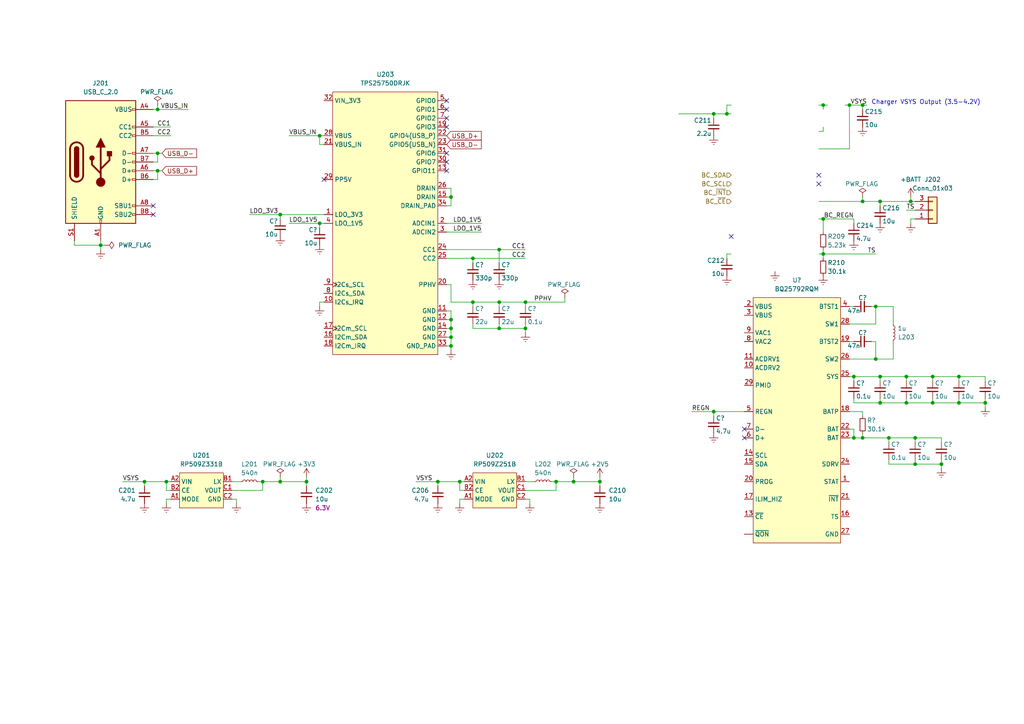
<source format=kicad_sch>
(kicad_sch (version 20211123) (generator eeschema)
  (paper "A4")
  (lib_symbols
    (symbol "Clock:BQ25792RQM"
      (property "Reference" "U" (at 0 36.83 0))
      (property "Value" "BQ25792RQM" (at 0 -36.83 0))
      (symbol "BQ25792RQM_0_1"
        (rectangle (start -12.7 35.56) (end 12.7 -35.56) (fill (type background)))
      )
      (symbol "BQ25792RQM_1_1"
        (pin input line (at -15.24 -33.02 0) (length 2.54) (name "~{QON}") (number ""))
        (pin input line (at 15.24 -17.78 180) (length 2.54) (name "STAT") (number "1"))
        (pin input line (at -15.24 15.24 0) (length 2.54) (name "ACDRV2") (number "10"))
        (pin input line (at -15.24 17.78 0) (length 2.54) (name "ACDRV1") (number "11"))
        (pin input line (at -15.24 -27.94 0) (length 2.54) (name "~{CE}") (number "13"))
        (pin input line (at -15.24 -10.16 0) (length 2.54) (name "SCL") (number "14"))
        (pin input line (at -15.24 -12.7 0) (length 2.54) (name "SDA") (number "15"))
        (pin input line (at 15.24 -27.94 180) (length 2.54) (name "TS") (number "16"))
        (pin input line (at -15.24 -22.86 0) (length 2.54) (name "ILIM_HIZ") (number "17"))
        (pin input line (at 15.24 2.54 180) (length 2.54) (name "BATP") (number "18"))
        (pin input line (at 15.24 22.86 180) (length 2.54) (name "BTST2") (number "19"))
        (pin input line (at -15.24 33.02 0) (length 2.54) (name "VBUS") (number "2"))
        (pin input line (at -15.24 -17.78 0) (length 2.54) (name "PROG") (number "20"))
        (pin input line (at 15.24 -22.86 180) (length 2.54) (name "~{INT}") (number "21"))
        (pin input line (at 15.24 -2.54 180) (length 2.54) (name "BAT") (number "22"))
        (pin input line (at 15.24 -5.08 180) (length 2.54) (name "BAT") (number "23"))
        (pin input line (at 15.24 -12.7 180) (length 2.54) (name "SDRV") (number "24"))
        (pin input line (at 15.24 12.7 180) (length 2.54) (name "SYS") (number "25"))
        (pin input line (at 15.24 17.78 180) (length 2.54) (name "SW2") (number "26"))
        (pin input line (at 15.24 -33.02 180) (length 2.54) (name "GND") (number "27"))
        (pin input line (at 15.24 27.94 180) (length 2.54) (name "SW1") (number "28"))
        (pin input line (at -15.24 10.16 0) (length 2.54) (name "PMID") (number "29"))
        (pin input line (at -15.24 30.48 0) (length 2.54) (name "VBUS") (number "3"))
        (pin input line (at 15.24 33.02 180) (length 2.54) (name "BTST1") (number "4"))
        (pin input line (at -15.24 2.54 0) (length 2.54) (name "REGN") (number "5"))
        (pin input line (at -15.24 -5.08 0) (length 2.54) (name "D+") (number "6"))
        (pin input line (at -15.24 -2.54 0) (length 2.54) (name "D-") (number "7"))
        (pin input line (at -15.24 22.86 0) (length 2.54) (name "VAC2") (number "8"))
        (pin input line (at -15.24 25.4 0) (length 2.54) (name "VAC1") (number "9"))
      )
    )
    (symbol "Clock:RP509Zxx1B"
      (property "Reference" "U" (at 0 8.89 0))
      (property "Value" "RP509Zxx1B" (at 0 6.35 0))
      (symbol "RP509Zxx1B_0_1"
        (rectangle (start -6.35 5.08) (end 6.35 -5.08) (fill (type background)))
      )
      (symbol "RP509Zxx1B_1_1"
        (pin input line (at -8.89 -2.54 0) (length 2.54) (name "MODE") (number "A1"))
        (pin input line (at -8.89 2.54 0) (length 2.54) (name "VIN") (number "A2"))
        (pin input line (at 8.89 2.54 180) (length 2.54) (name "LX") (number "B1"))
        (pin input line (at -8.89 0 0) (length 2.54) (name "CE") (number "B2"))
        (pin input line (at 8.89 0 180) (length 2.54) (name "VOUT") (number "C1"))
        (pin input line (at 8.89 -2.54 180) (length 2.54) (name "GND") (number "C2"))
      )
    )
    (symbol "Clock:TPS25750DRJK"
      (property "Reference" "U" (at 0 39.37 0))
      (property "Value" "TPS25750DRJK" (at 0 -39.37 0))
      (symbol "TPS25750DRJK_0_1"
        (rectangle (start -15.24 38.1) (end 15.24 -38.1) (fill (type background)))
      )
      (symbol "TPS25750DRJK_1_1"
        (pin input line (at -17.78 2.54 0) (length 2.54) (name "LDO_3V3") (number "1"))
        (pin input line (at -17.78 -22.86 0) (length 2.54) (name "I2Cs_IRQ") (number "10"))
        (pin input line (at 17.78 -25.4 180) (length 2.54) (name "GND") (number "11"))
        (pin input line (at 17.78 -27.94 180) (length 2.54) (name "GND") (number "12"))
        (pin input line (at 17.78 15.24 180) (length 2.54) (name "GPIO11") (number "13"))
        (pin input line (at 17.78 -30.48 180) (length 2.54) (name "GND") (number "14"))
        (pin input line (at 17.78 7.62 180) (length 2.54) (name "DRAIN") (number "15"))
        (pin input line (at -17.78 -33.02 0) (length 2.54) (name "I2Cm_SDA") (number "16"))
        (pin input clock (at -17.78 -30.48 0) (length 2.54) (name "I2Cm_SCL") (number "17"))
        (pin input line (at -17.78 -35.56 0) (length 2.54) (name "I2Cm_IRQ") (number "18"))
        (pin input line (at 17.78 27.94 180) (length 2.54) (name "GPIO3") (number "19"))
        (pin input line (at 17.78 0 180) (length 2.54) (name "ADCIN1") (number "2"))
        (pin input line (at 17.78 -17.78 180) (length 2.54) (name "PPHV") (number "20"))
        (pin input line (at -17.78 22.86 0) (length 2.54) (name "VBUS_IN") (number "21"))
        (pin input line (at 17.78 25.4 180) (length 2.54) (name "GPIO4(USB_P)") (number "22"))
        (pin input line (at 17.78 22.86 180) (length 2.54) (name "GPIO5(USB_N)") (number "23"))
        (pin input line (at 17.78 -7.62 180) (length 2.54) (name "CC1") (number "24"))
        (pin input line (at 17.78 -10.16 180) (length 2.54) (name "CC2") (number "25"))
        (pin input line (at 17.78 10.16 180) (length 2.54) (name "DRAIN") (number "26"))
        (pin input line (at 17.78 -33.02 180) (length 2.54) (name "GND") (number "27"))
        (pin input line (at -17.78 25.4 0) (length 2.54) (name "VBUS") (number "28"))
        (pin input line (at -17.78 12.7 0) (length 2.54) (name "PP5V") (number "29"))
        (pin input line (at 17.78 -2.54 180) (length 2.54) (name "ADCIN2") (number "3"))
        (pin input line (at 17.78 17.78 180) (length 2.54) (name "GPIO7") (number "30"))
        (pin input line (at 17.78 20.32 180) (length 2.54) (name "GPIO6") (number "31"))
        (pin input line (at -17.78 35.56 0) (length 2.54) (name "VIN_3V3") (number "32"))
        (pin input line (at 17.78 -35.56 180) (length 2.54) (name "GND_PAD") (number "33"))
        (pin input line (at 17.78 5.08 180) (length 2.54) (name "DRAIN_PAD") (number "34"))
        (pin input line (at -17.78 0 0) (length 2.54) (name "LDO_1V5") (number "4"))
        (pin input line (at 17.78 35.56 180) (length 2.54) (name "GPIO0") (number "5"))
        (pin input line (at 17.78 33.02 180) (length 2.54) (name "GPIO1") (number "6"))
        (pin input line (at 17.78 30.48 180) (length 2.54) (name "GPIO2") (number "7"))
        (pin input line (at -17.78 -20.32 0) (length 2.54) (name "I2Cs_SDA") (number "8"))
        (pin input clock (at -17.78 -17.78 0) (length 2.54) (name "I2Cs_SCL") (number "9"))
      )
    )
    (symbol "Connector:USB_C_Receptacle_USB2.0" (pin_names (offset 1.016))
      (property "Reference" "J" (at -10.16 19.05 0))
      (property "Value" "USB_C_Receptacle_USB2.0" (at 19.05 19.05 0))
      (symbol "USB_C_Receptacle_USB2.0_0_0"
        (rectangle (start -0.254 -17.78) (end 0.254 -16.764))
        (rectangle (start 10.16 -14.986) (end 9.144 -15.494))
        (rectangle (start 10.16 -12.446) (end 9.144 -12.954))
        (rectangle (start 10.16 -4.826) (end 9.144 -5.334))
        (rectangle (start 10.16 -2.286) (end 9.144 -2.794))
        (rectangle (start 10.16 0.254) (end 9.144 -0.254))
        (rectangle (start 10.16 2.794) (end 9.144 2.286))
        (rectangle (start 10.16 7.874) (end 9.144 7.366))
        (rectangle (start 10.16 10.414) (end 9.144 9.906))
        (rectangle (start 10.16 15.494) (end 9.144 14.986))
      )
      (symbol "USB_C_Receptacle_USB2.0_0_1"
        (rectangle (start -10.16 17.78) (end 10.16 -17.78) (stroke (width 0.254)) (fill (type background)))
        (arc (start -8.89 -3.81) (mid -6.985 -5.715) (end -5.08 -3.81) (stroke (width 0.508)))
        (arc (start -7.62 -3.81) (mid -6.985 -4.445) (end -6.35 -3.81) (stroke (width 0.254)))
        (arc (start -7.62 -3.81) (mid -6.985 -4.445) (end -6.35 -3.81) (stroke (width 0.254)) (fill (type outline)))
        (rectangle (start -7.62 -3.81) (end -6.35 3.81) (stroke (width 0.254)) (fill (type outline)))
        (arc (start -6.35 3.81) (mid -6.985 4.445) (end -7.62 3.81) (stroke (width 0.254)))
        (arc (start -6.35 3.81) (mid -6.985 4.445) (end -7.62 3.81) (stroke (width 0.254)) (fill (type outline)))
        (arc (start -5.08 3.81) (mid -6.985 5.715) (end -8.89 3.81) (stroke (width 0.508)))
        (circle (center -2.54 1.143) (radius 0.635) (stroke (width 0.254)) (fill (type outline)))
        (circle (center 0 -5.842) (radius 1.27) (fill (type outline)))
        (polyline (pts (xy -8.89 -3.81) (xy -8.89 3.81)) (stroke (width 0.508)))
        (polyline (pts (xy -5.08 3.81) (xy -5.08 -3.81)) (stroke (width 0.508)))
        (polyline (pts (xy 0 -5.842) (xy 0 4.318)) (stroke (width 0.508)))
        (polyline (pts (xy 0 -3.302) (xy -2.54 -0.762) (xy -2.54 0.508)) (stroke (width 0.508)))
        (polyline (pts (xy 0 -2.032) (xy 2.54 0.508) (xy 2.54 1.778)) (stroke (width 0.508)))
        (polyline (pts (xy -1.27 4.318) (xy 0 6.858) (xy 1.27 4.318) (xy -1.27 4.318)) (stroke (width 0.254)) (fill (type outline)))
        (rectangle (start 1.905 1.778) (end 3.175 3.048) (stroke (width 0.254)) (fill (type outline)))
      )
      (symbol "USB_C_Receptacle_USB2.0_1_1"
        (pin passive line (at 0 -22.86 90) (length 5.08) (name "GND") (number "A1"))
        (pin passive line (at 0 -22.86 90) (length 5.08) hide (name "GND") (number "A12"))
        (pin passive line (at 15.24 15.24 180) (length 5.08) (name "VBUS") (number "A4"))
        (pin bidirectional line (at 15.24 10.16 180) (length 5.08) (name "CC1") (number "A5"))
        (pin bidirectional line (at 15.24 -2.54 180) (length 5.08) (name "D+") (number "A6"))
        (pin bidirectional line (at 15.24 2.54 180) (length 5.08) (name "D-") (number "A7"))
        (pin bidirectional line (at 15.24 -12.7 180) (length 5.08) (name "SBU1") (number "A8"))
        (pin passive line (at 15.24 15.24 180) (length 5.08) hide (name "VBUS") (number "A9"))
        (pin passive line (at 0 -22.86 90) (length 5.08) hide (name "GND") (number "B1"))
        (pin passive line (at 0 -22.86 90) (length 5.08) hide (name "GND") (number "B12"))
        (pin passive line (at 15.24 15.24 180) (length 5.08) hide (name "VBUS") (number "B4"))
        (pin bidirectional line (at 15.24 7.62 180) (length 5.08) (name "CC2") (number "B5"))
        (pin bidirectional line (at 15.24 -5.08 180) (length 5.08) (name "D+") (number "B6"))
        (pin bidirectional line (at 15.24 0 180) (length 5.08) (name "D-") (number "B7"))
        (pin bidirectional line (at 15.24 -15.24 180) (length 5.08) (name "SBU2") (number "B8"))
        (pin passive line (at 15.24 15.24 180) (length 5.08) hide (name "VBUS") (number "B9"))
        (pin passive line (at -7.62 -22.86 90) (length 5.08) (name "SHIELD") (number "S1"))
      )
    )
    (symbol "Connector_Generic:Conn_01x03" (pin_names (offset 1.016) hide)
      (property "Reference" "J" (at 0 5.08 0))
      (property "Value" "Conn_01x03" (at 0 -5.08 0))
      (symbol "Conn_01x03_1_1"
        (rectangle (start -1.27 -2.413) (end 0 -2.667) (stroke (width 0.1524)))
        (rectangle (start -1.27 0.127) (end 0 -0.127) (stroke (width 0.1524)))
        (rectangle (start -1.27 2.667) (end 0 2.413) (stroke (width 0.1524)))
        (rectangle (start -1.27 3.81) (end 1.27 -3.81) (stroke (width 0.254)) (fill (type background)))
        (pin passive line (at -5.08 2.54 0) (length 3.81) (name "Pin_1") (number "1"))
        (pin passive line (at -5.08 0 0) (length 3.81) (name "Pin_2") (number "2"))
        (pin passive line (at -5.08 -2.54 0) (length 3.81) (name "Pin_3") (number "3"))
      )
    )
    (symbol "Device:C_Small" (pin_numbers hide) (pin_names (offset 0.254) hide)
      (property "Reference" "C" (at 0.254 1.778 0))
      (property "Value" "C_Small" (at 0.254 -2.032 0))
      (symbol "C_Small_0_1"
        (polyline (pts (xy -1.524 -0.508) (xy 1.524 -0.508)) (stroke (width 0.3302)))
        (polyline (pts (xy -1.524 0.508) (xy 1.524 0.508)) (stroke (width 0.3048)))
      )
      (symbol "C_Small_1_1"
        (pin passive line (at 0 2.54 270) (length 2.032) (name "~") (number "1"))
        (pin passive line (at 0 -2.54 90) (length 2.032) (name "~") (number "2"))
      )
    )
    (symbol "Device:L_Small" (pin_numbers hide) (pin_names (offset 0.254) hide)
      (property "Reference" "L" (at 0.762 1.016 0))
      (property "Value" "L_Small" (at 0.762 -1.016 0))
      (symbol "L_Small_0_1"
        (arc (start 0 -2.032) (mid 0.508 -1.524) (end 0 -1.016))
        (arc (start 0 -1.016) (mid 0.508 -0.508) (end 0 0))
        (arc (start 0 0) (mid 0.508 0.508) (end 0 1.016))
        (arc (start 0 1.016) (mid 0.508 1.524) (end 0 2.032))
      )
      (symbol "L_Small_1_1"
        (pin passive line (at 0 2.54 270) (length 0.508) (name "~") (number "1"))
        (pin passive line (at 0 -2.54 90) (length 0.508) (name "~") (number "2"))
      )
    )
    (symbol "Device:R_Small" (pin_numbers hide) (pin_names (offset 0.254) hide)
      (property "Reference" "R" (at 0.762 0.508 0))
      (property "Value" "R_Small" (at 0.762 -1.016 0))
      (symbol "R_Small_0_1"
        (rectangle (start -0.762 1.778) (end 0.762 -1.778) (stroke (width 0.2032)))
      )
      (symbol "R_Small_1_1"
        (pin passive line (at 0 2.54 270) (length 0.762) (name "~") (number "1"))
        (pin passive line (at 0 -2.54 90) (length 0.762) (name "~") (number "2"))
      )
    )
    (symbol "power:+2V5" (power) (pin_names (offset 0))
      (property "Value" "+2V5" (at 0 3.556 0))
      (symbol "+2V5_0_1"
        (polyline (pts (xy -0.762 1.27) (xy 0 2.54)))
        (polyline (pts (xy 0 0) (xy 0 2.54)))
        (polyline (pts (xy 0 2.54) (xy 0.762 1.27)))
      )
      (symbol "+2V5_1_1"
        (pin power_in line (at 0 0 90) (length 0) hide (name "+2V5") (number "1"))
      )
    )
    (symbol "power:+3V3" (power) (pin_names (offset 0))
      (property "Value" "+3V3" (at 0 3.556 0))
      (symbol "+3V3_0_1"
        (polyline (pts (xy -0.762 1.27) (xy 0 2.54)))
        (polyline (pts (xy 0 0) (xy 0 2.54)))
        (polyline (pts (xy 0 2.54) (xy 0.762 1.27)))
      )
      (symbol "+3V3_1_1"
        (pin power_in line (at 0 0 90) (length 0) hide (name "+3V3") (number "1"))
      )
    )
    (symbol "power:+BATT" (power) (pin_names (offset 0))
      (property "Value" "+BATT" (at 0 3.556 0))
      (symbol "+BATT_0_1"
        (polyline (pts (xy -0.762 1.27) (xy 0 2.54)))
        (polyline (pts (xy 0 0) (xy 0 2.54)))
        (polyline (pts (xy 0 2.54) (xy 0.762 1.27)))
      )
      (symbol "+BATT_1_1"
        (pin power_in line (at 0 0 90) (length 0) hide (name "+BATT") (number "1"))
      )
    )
    (symbol "power:Earth" (power) (pin_names (offset 0))
      (symbol "Earth_0_1"
        (polyline (pts (xy -0.635 -1.905) (xy 0.635 -1.905)))
        (polyline (pts (xy -0.127 -2.54) (xy 0.127 -2.54)))
        (polyline (pts (xy 0 -1.27) (xy 0 0)))
        (polyline (pts (xy 1.27 -1.27) (xy -1.27 -1.27)))
      )
      (symbol "Earth_1_1"
        (pin power_in line (at 0 0 270) (length 0) hide (name "Earth") (number "1"))
      )
    )
    (symbol "power:PWR_FLAG" (power) (pin_numbers hide) (pin_names (offset 0) hide)
      (property "Value" "PWR_FLAG" (at 0 3.81 0))
      (symbol "PWR_FLAG_0_0"
        (pin power_out line (at 0 0 90) (length 0) (name "pwr") (number "1"))
      )
      (symbol "PWR_FLAG_0_1"
        (polyline (pts (xy 0 0) (xy 0 1.27) (xy -1.016 1.905) (xy 0 2.54) (xy 1.016 1.905) (xy 0 1.27)))
      )
    )
  )
  (junction (at 161.29 139.7))
  (junction (at 265.43 134.62))
  (junction (at 130.81 95.25))
  (junction (at 246.38 30.48))
  (junction (at 247.65 109.22))
  (junction (at 254 88.9))
  (junction (at 254 104.14))
  (junction (at 262.89 116.84))
  (junction (at 250.19 30.48))
  (junction (at 270.51 109.22))
  (junction (at 127 139.7))
  (junction (at 76.2 139.7))
  (junction (at 81.28 62.23))
  (junction (at 255.27 116.84))
  (junction (at 81.28 139.7))
  (junction (at 270.51 116.84))
  (junction (at 45.72 31.75))
  (junction (at 144.78 87.63))
  (junction (at 207.01 33.02))
  (junction (at 92.71 39.37))
  (junction (at 238.76 63.5))
  (junction (at 285.75 116.84))
  (junction (at 130.81 100.33))
  (junction (at 255.27 58.42))
  (junction (at 130.81 92.71))
  (junction (at 255.27 109.22))
  (junction (at 144.78 72.39))
  (junction (at 133.35 139.7))
  (junction (at 41.91 139.7))
  (junction (at 48.26 139.7))
  (junction (at 45.72 49.53))
  (junction (at 262.89 109.22))
  (junction (at 207.01 119.38))
  (junction (at 144.78 95.25))
  (junction (at 137.16 74.93))
  (junction (at 257.81 127))
  (junction (at 137.16 87.63))
  (junction (at 152.4 95.25))
  (junction (at 247.65 127))
  (junction (at 152.4 87.63))
  (junction (at 88.9 139.7))
  (junction (at 130.81 97.79))
  (junction (at 210.82 33.02))
  (junction (at 278.13 109.22))
  (junction (at 45.72 44.45))
  (junction (at 173.99 139.7))
  (junction (at 29.21 71.12))
  (junction (at 238.76 73.66))
  (junction (at 166.37 139.7))
  (junction (at 265.43 127))
  (junction (at 273.05 134.62))
  (junction (at 250.19 127))
  (junction (at 264.16 58.42))
  (junction (at 278.13 116.84))
  (junction (at 130.81 57.15))
  (junction (at 92.71 64.77))
  (junction (at 238.76 30.48))
  (junction (at 250.19 58.42))
  (no_connect (at 215.9 124.46))
  (no_connect (at 215.9 127))
  (no_connect (at 129.54 29.21))
  (no_connect (at 129.54 34.29))
  (no_connect (at 129.54 44.45))
  (no_connect (at 93.98 52.07))
  (no_connect (at 44.45 59.69))
  (no_connect (at 237.49 53.34))
  (no_connect (at 129.54 46.99))
  (no_connect (at 129.54 36.83))
  (no_connect (at 212.09 68.58))
  (no_connect (at 44.45 62.23))
  (no_connect (at 129.54 49.53))
  (no_connect (at 237.49 50.8))
  (no_connect (at 129.54 31.75))
  (wire (pts (xy 129.54 72.39) (xy 144.78 72.39)))
  (wire (pts (xy 130.81 100.33) (xy 129.54 100.33)))
  (wire (pts (xy 262.89 110.49) (xy 262.89 109.22)))
  (wire (pts (xy 72.39 62.23) (xy 81.28 62.23)))
  (wire (pts (xy 254 88.9) (xy 259.08 88.9)))
  (wire (pts (xy 48.26 144.78) (xy 49.53 144.78)))
  (wire (pts (xy 161.29 139.7) (xy 166.37 139.7)))
  (wire (pts (xy 129.54 90.17) (xy 130.81 90.17)))
  (wire (pts (xy 44.45 44.45) (xy 45.72 44.45)))
  (wire (pts (xy 29.21 71.12) (xy 29.21 72.39)))
  (wire (pts (xy 133.35 144.78) (xy 134.62 144.78)))
  (wire (pts (xy 76.2 142.24) (xy 76.2 139.7)))
  (wire (pts (xy 238.76 30.48) (xy 238.76 31.75)))
  (wire (pts (xy 45.72 49.53) (xy 46.99 49.53)))
  (wire (pts (xy 250.19 30.48) (xy 246.38 30.48)))
  (wire (pts (xy 49.53 142.24) (xy 48.26 142.24)))
  (wire (pts (xy 88.9 139.7) (xy 88.9 140.97)))
  (wire (pts (xy 254 104.14) (xy 254 99.06)))
  (wire (pts (xy 133.35 146.05) (xy 133.35 144.78)))
  (wire (pts (xy 144.78 87.63) (xy 137.16 87.63)))
  (wire (pts (xy 207.01 33.02) (xy 207.01 34.29)))
  (wire (pts (xy 247.65 109.22) (xy 246.38 109.22)))
  (wire (pts (xy 93.98 41.91) (xy 92.71 41.91)))
  (wire (pts (xy 137.16 74.93) (xy 152.4 74.93)))
  (wire (pts (xy 238.76 63.5) (xy 247.65 63.5)))
  (wire (pts (xy 83.82 64.77) (xy 92.71 64.77)))
  (wire (pts (xy 238.76 30.48) (xy 240.03 30.48)))
  (wire (pts (xy 144.78 95.25) (xy 137.16 95.25)))
  (wire (pts (xy 130.81 90.17) (xy 130.81 92.71)))
  (wire (pts (xy 130.81 87.63) (xy 130.81 82.55)))
  (wire (pts (xy 129.54 74.93) (xy 137.16 74.93)))
  (wire (pts (xy 262.89 116.84) (xy 270.51 116.84)))
  (wire (pts (xy 254 93.98) (xy 254 88.9)))
  (wire (pts (xy 152.4 95.25) (xy 152.4 96.52)))
  (wire (pts (xy 45.72 30.48) (xy 45.72 31.75)))
  (wire (pts (xy 262.89 115.57) (xy 262.89 116.84)))
  (wire (pts (xy 153.67 144.78) (xy 152.4 144.78)))
  (wire (pts (xy 250.19 119.38) (xy 246.38 119.38)))
  (wire (pts (xy 246.38 30.48) (xy 246.38 43.18)))
  (wire (pts (xy 44.45 39.37) (xy 49.53 39.37)))
  (wire (pts (xy 254 99.06) (xy 252.73 99.06)))
  (wire (pts (xy 74.93 139.7) (xy 76.2 139.7)))
  (wire (pts (xy 134.62 142.24) (xy 133.35 142.24)))
  (wire (pts (xy 259.08 99.06) (xy 259.08 104.14)))
  (wire (pts (xy 254 73.66) (xy 238.76 73.66)))
  (wire (pts (xy 83.82 39.37) (xy 92.71 39.37)))
  (wire (pts (xy 273.05 128.27) (xy 273.05 127)))
  (wire (pts (xy 133.35 139.7) (xy 134.62 139.7)))
  (wire (pts (xy 246.38 88.9) (xy 247.65 88.9)))
  (wire (pts (xy 29.21 71.12) (xy 29.21 69.85)))
  (wire (pts (xy 264.16 64.77) (xy 264.16 63.5)))
  (wire (pts (xy 144.78 72.39) (xy 144.78 76.2)))
  (wire (pts (xy 255.27 116.84) (xy 262.89 116.84)))
  (wire (pts (xy 278.13 109.22) (xy 270.51 109.22)))
  (wire (pts (xy 21.59 69.85) (xy 21.59 71.12)))
  (wire (pts (xy 257.81 134.62) (xy 265.43 134.62)))
  (wire (pts (xy 130.81 92.71) (xy 130.81 95.25)))
  (wire (pts (xy 129.54 95.25) (xy 130.81 95.25)))
  (wire (pts (xy 278.13 110.49) (xy 278.13 109.22)))
  (wire (pts (xy 68.58 144.78) (xy 67.31 144.78)))
  (wire (pts (xy 130.81 95.25) (xy 130.81 97.79)))
  (wire (pts (xy 35.56 139.7) (xy 41.91 139.7)))
  (wire (pts (xy 129.54 97.79) (xy 130.81 97.79)))
  (wire (pts (xy 250.19 31.75) (xy 250.19 30.48)))
  (wire (pts (xy 41.91 139.7) (xy 41.91 140.97)))
  (wire (pts (xy 246.38 124.46) (xy 247.65 124.46)))
  (wire (pts (xy 285.75 116.84) (xy 285.75 118.11)))
  (wire (pts (xy 247.65 115.57) (xy 247.65 116.84)))
  (wire (pts (xy 130.81 54.61) (xy 130.81 57.15)))
  (wire (pts (xy 257.81 127) (xy 250.19 127)))
  (wire (pts (xy 207.01 33.02) (xy 210.82 33.02)))
  (wire (pts (xy 48.26 146.05) (xy 48.26 144.78)))
  (wire (pts (xy 250.19 127) (xy 247.65 127)))
  (wire (pts (xy 273.05 134.62) (xy 273.05 135.89)))
  (wire (pts (xy 45.72 44.45) (xy 46.99 44.45)))
  (wire (pts (xy 247.65 124.46) (xy 247.65 127)))
  (wire (pts (xy 173.99 139.7) (xy 173.99 140.97)))
  (wire (pts (xy 48.26 139.7) (xy 41.91 139.7)))
  (wire (pts (xy 133.35 142.24) (xy 133.35 139.7)))
  (wire (pts (xy 250.19 30.48) (xy 251.46 30.48)))
  (wire (pts (xy 48.26 139.7) (xy 49.53 139.7)))
  (wire (pts (xy 130.81 82.55) (xy 129.54 82.55)))
  (wire (pts (xy 144.78 72.39) (xy 152.4 72.39)))
  (wire (pts (xy 129.54 54.61) (xy 130.81 54.61)))
  (wire (pts (xy 273.05 127) (xy 265.43 127)))
  (wire (pts (xy 92.71 87.63) (xy 93.98 87.63)))
  (wire (pts (xy 144.78 87.63) (xy 144.78 88.9)))
  (wire (pts (xy 257.81 133.35) (xy 257.81 134.62)))
  (wire (pts (xy 210.82 74.93) (xy 210.82 73.66)))
  (wire (pts (xy 265.43 127) (xy 257.81 127)))
  (wire (pts (xy 264.16 57.15) (xy 264.16 58.42)))
  (wire (pts (xy 210.82 33.02) (xy 212.09 33.02)))
  (wire (pts (xy 285.75 109.22) (xy 278.13 109.22)))
  (wire (pts (xy 238.76 63.5) (xy 237.49 63.5)))
  (wire (pts (xy 285.75 116.84) (xy 285.75 115.57)))
  (wire (pts (xy 259.08 104.14) (xy 254 104.14)))
  (wire (pts (xy 152.4 95.25) (xy 144.78 95.25)))
  (wire (pts (xy 45.72 31.75) (xy 54.61 31.75)))
  (wire (pts (xy 257.81 128.27) (xy 257.81 127)))
  (wire (pts (xy 130.81 97.79) (xy 130.81 100.33)))
  (wire (pts (xy 247.65 110.49) (xy 247.65 109.22)))
  (wire (pts (xy 265.43 134.62) (xy 273.05 134.62)))
  (wire (pts (xy 45.72 49.53) (xy 45.72 52.07)))
  (wire (pts (xy 152.4 142.24) (xy 161.29 142.24)))
  (wire (pts (xy 252.73 88.9) (xy 254 88.9)))
  (wire (pts (xy 238.76 73.66) (xy 238.76 74.93)))
  (wire (pts (xy 238.76 63.5) (xy 238.76 67.31)))
  (wire (pts (xy 45.72 31.75) (xy 44.45 31.75)))
  (wire (pts (xy 259.08 93.98) (xy 259.08 88.9)))
  (wire (pts (xy 262.89 60.96) (xy 265.43 60.96)))
  (wire (pts (xy 250.19 57.15) (xy 250.19 58.42)))
  (wire (pts (xy 163.83 86.36) (xy 163.83 87.63)))
  (wire (pts (xy 246.38 93.98) (xy 254 93.98)))
  (wire (pts (xy 67.31 139.7) (xy 69.85 139.7)))
  (wire (pts (xy 278.13 115.57) (xy 278.13 116.84)))
  (wire (pts (xy 250.19 120.65) (xy 250.19 119.38)))
  (wire (pts (xy 255.27 58.42) (xy 264.16 58.42)))
  (wire (pts (xy 160.02 139.7) (xy 161.29 139.7)))
  (wire (pts (xy 93.98 64.77) (xy 92.71 64.77)))
  (wire (pts (xy 81.28 138.43) (xy 81.28 139.7)))
  (wire (pts (xy 120.65 139.7) (xy 127 139.7)))
  (wire (pts (xy 129.54 64.77) (xy 139.7 64.77)))
  (wire (pts (xy 238.76 72.39) (xy 238.76 73.66)))
  (wire (pts (xy 265.43 128.27) (xy 265.43 127)))
  (wire (pts (xy 29.21 71.12) (xy 30.48 71.12)))
  (wire (pts (xy 255.27 110.49) (xy 255.27 109.22)))
  (wire (pts (xy 285.75 110.49) (xy 285.75 109.22)))
  (wire (pts (xy 129.54 92.71) (xy 130.81 92.71)))
  (wire (pts (xy 137.16 87.63) (xy 137.16 88.9)))
  (wire (pts (xy 144.78 87.63) (xy 152.4 87.63)))
  (wire (pts (xy 255.27 58.42) (xy 250.19 58.42)))
  (wire (pts (xy 92.71 64.77) (xy 92.71 66.04)))
  (wire (pts (xy 265.43 133.35) (xy 265.43 134.62)))
  (wire (pts (xy 92.71 39.37) (xy 93.98 39.37)))
  (wire (pts (xy 245.11 30.48) (xy 246.38 30.48)))
  (wire (pts (xy 152.4 93.98) (xy 152.4 95.25)))
  (wire (pts (xy 130.81 59.69) (xy 129.54 59.69)))
  (wire (pts (xy 153.67 146.05) (xy 153.67 144.78)))
  (wire (pts (xy 196.85 33.02) (xy 207.01 33.02)))
  (wire (pts (xy 247.65 116.84) (xy 255.27 116.84)))
  (wire (pts (xy 152.4 139.7) (xy 154.94 139.7)))
  (wire (pts (xy 127 139.7) (xy 127 140.97)))
  (wire (pts (xy 88.9 138.43) (xy 88.9 139.7)))
  (wire (pts (xy 238.76 38.1) (xy 237.49 38.1)))
  (wire (pts (xy 137.16 74.93) (xy 137.16 76.2)))
  (wire (pts (xy 137.16 95.25) (xy 137.16 93.98)))
  (wire (pts (xy 212.09 30.48) (xy 210.82 30.48)))
  (wire (pts (xy 270.51 110.49) (xy 270.51 109.22)))
  (wire (pts (xy 45.72 46.99) (xy 44.45 46.99)))
  (wire (pts (xy 270.51 116.84) (xy 278.13 116.84)))
  (wire (pts (xy 44.45 52.07) (xy 45.72 52.07)))
  (wire (pts (xy 246.38 104.14) (xy 254 104.14)))
  (wire (pts (xy 255.27 109.22) (xy 247.65 109.22)))
  (wire (pts (xy 129.54 67.31) (xy 139.7 67.31)))
  (wire (pts (xy 93.98 62.23) (xy 81.28 62.23)))
  (wire (pts (xy 45.72 44.45) (xy 45.72 46.99)))
  (wire (pts (xy 255.27 58.42) (xy 255.27 59.69)))
  (wire (pts (xy 67.31 142.24) (xy 76.2 142.24)))
  (wire (pts (xy 152.4 88.9) (xy 152.4 87.63)))
  (wire (pts (xy 247.65 127) (xy 246.38 127)))
  (wire (pts (xy 44.45 49.53) (xy 45.72 49.53)))
  (wire (pts (xy 237.49 30.48) (xy 238.76 30.48)))
  (wire (pts (xy 21.59 71.12) (xy 29.21 71.12)))
  (wire (pts (xy 247.65 63.5) (xy 247.65 64.77)))
  (wire (pts (xy 81.28 139.7) (xy 88.9 139.7)))
  (wire (pts (xy 92.71 88.9) (xy 92.71 87.63)))
  (wire (pts (xy 68.58 146.05) (xy 68.58 144.78)))
  (wire (pts (xy 166.37 139.7) (xy 173.99 139.7)))
  (wire (pts (xy 76.2 139.7) (xy 81.28 139.7)))
  (wire (pts (xy 152.4 87.63) (xy 163.83 87.63)))
  (wire (pts (xy 133.35 139.7) (xy 127 139.7)))
  (wire (pts (xy 210.82 30.48) (xy 210.82 33.02)))
  (wire (pts (xy 92.71 41.91) (xy 92.71 39.37)))
  (wire (pts (xy 130.81 57.15) (xy 130.81 59.69)))
  (wire (pts (xy 173.99 138.43) (xy 173.99 139.7)))
  (wire (pts (xy 210.82 73.66) (xy 212.09 73.66)))
  (wire (pts (xy 48.26 142.24) (xy 48.26 139.7)))
  (wire (pts (xy 255.27 115.57) (xy 255.27 116.84)))
  (wire (pts (xy 144.78 93.98) (xy 144.78 95.25)))
  (wire (pts (xy 278.13 116.84) (xy 285.75 116.84)))
  (wire (pts (xy 237.49 73.66) (xy 238.76 73.66)))
  (wire (pts (xy 270.51 115.57) (xy 270.51 116.84)))
  (wire (pts (xy 250.19 125.73) (xy 250.19 127)))
  (wire (pts (xy 270.51 109.22) (xy 262.89 109.22)))
  (wire (pts (xy 250.19 58.42) (xy 237.49 58.42)))
  (wire (pts (xy 246.38 99.06) (xy 247.65 99.06)))
  (wire (pts (xy 130.81 87.63) (xy 137.16 87.63)))
  (wire (pts (xy 200.66 119.38) (xy 207.01 119.38)))
  (wire (pts (xy 207.01 119.38) (xy 215.9 119.38)))
  (wire (pts (xy 130.81 100.33) (xy 130.81 101.6)))
  (wire (pts (xy 264.16 58.42) (xy 265.43 58.42)))
  (wire (pts (xy 238.76 36.83) (xy 238.76 38.1)))
  (wire (pts (xy 262.89 109.22) (xy 255.27 109.22)))
  (wire (pts (xy 264.16 63.5) (xy 265.43 63.5)))
  (wire (pts (xy 207.01 120.65) (xy 207.01 119.38)))
  (wire (pts (xy 81.28 62.23) (xy 81.28 63.5)))
  (wire (pts (xy 273.05 134.62) (xy 273.05 133.35)))
  (wire (pts (xy 44.45 36.83) (xy 49.53 36.83)))
  (wire (pts (xy 161.29 142.24) (xy 161.29 139.7)))
  (wire (pts (xy 246.38 43.18) (xy 237.49 43.18)))
  (wire (pts (xy 166.37 138.43) (xy 166.37 139.7)))
  (wire (pts (xy 129.54 57.15) (xy 130.81 57.15)))
  (text "Charger VSYS Output (3.5-4.2V)" (at 252.73 30.48 0) (effects (font (size 1.27 1.27)) (justify left bottom)))
  (label "VSYS" (at 35.56 139.7 0))
  (label "CC2" (at 49.53 39.37 180))
  (label "BC_REGN" (at 247.65 63.5 180))
  (label "LDO_1V5" (at 139.7 67.31 180))
  (label "TS" (at 254 73.66 180))
  (label "LDO_3V3" (at 72.39 62.23 0))
  (label "CC1" (at 152.4 72.39 180))
  (label "LDO_1V5" (at 139.7 64.77 180))
  (label "VBUS_IN" (at 54.61 31.75 180))
  (label "LDO_1V5" (at 83.82 64.77 0))
  (label "PPHV" (at 160.02 87.63 180))
  (label "VBUS_IN" (at 83.82 39.37 0))
  (label "VSYS" (at 120.65 139.7 0))
  (label "CC2" (at 152.4 74.93 180))
  (label "VSYS" (at 251.46 30.48 180))
  (label "CC1" (at 49.53 36.83 180))
  (label "REGN" (at 200.66 119.38 0))
  (label "TS" (at 262.89 60.96 0))
  (global_label "USB_D+" (shape input) (at 129.54 39.37 0) (property "Intersheet References" "${INTERSHEET_REFS}" (effects hide)))
  (global_label "USB_D-" (shape input) (at 129.54 41.91 0) (property "Intersheet References" "${INTERSHEET_REFS}" (effects hide)))
  (global_label "USB_D-" (shape input) (at 46.99 44.45 0) (property "Intersheet References" "${INTERSHEET_REFS}" (effects hide)))
  (global_label "USB_D+" (shape input) (at 46.99 49.53 0) (property "Intersheet References" "${INTERSHEET_REFS}" (effects hide)))
  (hierarchical_label "BC_SDA" (shape input) (at 212.09 50.8 180))
  (hierarchical_label "BC_~{INT}" (shape input) (at 212.09 55.88 180))
  (hierarchical_label "BC_~{CE}" (shape input) (at 212.09 58.42 180))
  (hierarchical_label "BC_SCL" (shape input) (at 212.09 53.34 180))
  (symbol (lib_id "power:PWR_FLAG") (at 45.72 30.48 0) (unit 1)
    (property "Reference" "#FLG0202" (effects hide))
    (property "Value" "PWR_FLAG" (at 40.64 26.67 0) (effects (justify left)))
  )
  (symbol (lib_id "power:Earth") (at 285.75 118.11 0) (unit 1)
    (property "Reference" "#PWR?" (effects hide))
    (property "Value" "Earth" (effects hide))
  )
  (symbol (lib_id "Device:R_Small") (at 238.76 77.47 0) (unit 1)
    (property "Reference" "R210" (at 240.03 76.2 0) (effects (justify left)))
    (property "Value" "30.1k" (at 240.03 78.74 0) (effects (justify left)))
    (property "Footprint" "Resistor_SMD:R_0402_1005Metric" (effects hide))
  )
  (symbol (lib_id "power:Earth") (at 264.16 64.77 0) (unit 1)
    (property "Reference" "#PWR0229" (effects hide))
    (property "Value" "Earth" (effects hide))
  )
  (symbol (lib_id "power:PWR_FLAG") (at 30.48 71.12 270) (unit 1)
    (property "Reference" "#FLG0201" (effects hide))
    (property "Value" "PWR_FLAG" (at 34.29 71.1199 90) (effects (justify left)))
  )
  (symbol (lib_id "Device:C_Small") (at 41.91 143.51 0) (mirror y) (unit 1)
    (property "Reference" "C201" (at 39.37 142.2462 0) (effects (justify left)))
    (property "Value" "4.7u" (at 39.37 144.78 0) (effects (justify left)))
    (property "Footprint" "Capacitor_SMD:C_0402_1005Metric" (effects hide))
  )
  (symbol (lib_id "Device:C_Small") (at 262.89 113.03 0) (unit 1)
    (property "Reference" "C?" (at 263.525 111.125 0) (effects (justify left)))
    (property "Value" "10u" (at 263.525 114.935 0) (effects (justify left)))
    (property "Footprint" "Capacitor_SMD:C_0402_1005Metric" (effects hide))
  )
  (symbol (lib_id "power:PWR_FLAG") (at 163.83 86.36 0) (unit 1)
    (property "Reference" "#FLG0205" (effects hide))
    (property "Value" "PWR_FLAG" (at 158.75 82.55 0) (effects (justify left)))
  )
  (symbol (lib_id "Device:C_Small") (at 152.4 91.44 0) (unit 1)
    (property "Reference" "C?" (at 153.035 89.535 0) (effects (justify left)))
    (property "Value" "0.1u" (at 153.035 93.345 0) (effects (justify left)))
    (property "Footprint" "Capacitor_SMD:C_0402_1005Metric" (effects hide))
  )
  (symbol (lib_id "Connector:USB_C_Receptacle_USB2.0") (at 29.21 46.99 0) (unit 1)
    (property "Reference" "J201" (at 29.21 24.13 0))
    (property "Value" "USB_C_2.0" (at 29.21 26.67 0))
    (property "Footprint" "Connector_USB:USB_C_Receptacle_JAE_DX07S016JA1R1500" (effects hide))
    (property "Datasheet" "https://www.usb.org/sites/default/files/documents/usb_type-c.zip" (effects hide))
  )
  (symbol (lib_id "power:Earth") (at 207.01 39.37 0) (unit 1)
    (property "Reference" "#PWR0221" (effects hide))
    (property "Value" "Earth" (effects hide))
  )
  (symbol (lib_id "Device:C_Small") (at 247.65 67.31 0) (unit 1)
    (property "Reference" "C214" (at 248.285 65.405 0) (effects (justify left)))
    (property "Value" "4.7u" (at 248.285 69.215 0) (effects (justify left)))
    (property "Footprint" "Capacitor_SMD:C_0402_1005Metric" (effects hide))
  )
  (symbol (lib_id "Device:C_Small") (at 144.78 91.44 0) (unit 1)
    (property "Reference" "C?" (at 145.415 89.535 0) (effects (justify left)))
    (property "Value" "22u" (at 145.415 93.345 0) (effects (justify left)))
    (property "Footprint" "Capacitor_SMD:C_0402_1005Metric" (effects hide))
  )
  (symbol (lib_id "Device:C_Small") (at 173.99 143.51 0) (unit 1)
    (property "Reference" "C210" (at 176.53 142.2462 0) (effects (justify left)))
    (property "Value" "10u" (at 176.53 144.78 0) (effects (justify left)))
    (property "Footprint" "Capacitor_SMD:C_0402_1005Metric" (effects hide))
  )
  (symbol (lib_id "power:Earth") (at 255.27 64.77 0) (unit 1)
    (property "Reference" "#PWR0227" (effects hide))
    (property "Value" "Earth" (effects hide))
  )
  (symbol (lib_id "power:+2V5") (at 173.99 138.43 0) (unit 1)
    (property "Reference" "#PWR0218" (effects hide))
    (property "Value" "+2V5" (at 173.99 134.62 0))
  )
  (symbol (lib_id "power:PWR_FLAG") (at 166.37 138.43 0) (unit 1)
    (property "Reference" "#FLG0204" (effects hide))
    (property "Value" "PWR_FLAG" (at 161.29 134.62 0) (effects (justify left)))
  )
  (symbol (lib_id "Device:C_Small") (at 210.82 77.47 0) (mirror y) (unit 1)
    (property "Reference" "C212" (at 210.185 75.565 0) (effects (justify left)))
    (property "Value" "10u" (at 210.185 79.375 0) (effects (justify left)))
    (property "Footprint" "Capacitor_SMD:C_0402_1005Metric" (effects hide))
  )
  (symbol (lib_id "Device:C_Small") (at 255.27 113.03 0) (unit 1)
    (property "Reference" "C?" (at 255.905 111.125 0) (effects (justify left)))
    (property "Value" "10u" (at 255.905 114.935 0) (effects (justify left)))
    (property "Footprint" "Capacitor_SMD:C_0402_1005Metric" (effects hide))
  )
  (symbol (lib_id "Device:C_Small") (at 265.43 130.81 0) (unit 1)
    (property "Reference" "C?" (at 266.065 128.905 0) (effects (justify left)))
    (property "Value" "10u" (at 266.065 132.715 0) (effects (justify left)))
    (property "Footprint" "Capacitor_SMD:C_0402_1005Metric" (effects hide))
  )
  (symbol (lib_id "Device:C_Small") (at 81.28 66.04 0) (mirror y) (unit 1)
    (property "Reference" "C?" (at 80.645 64.135 0) (effects (justify left)))
    (property "Value" "10u" (at 80.645 67.945 0) (effects (justify left)))
    (property "Footprint" "Capacitor_SMD:C_0402_1005Metric" (effects hide))
  )
  (symbol (lib_id "Device:C_Small") (at 250.19 88.9 90) (unit 1)
    (property "Reference" "C?" (at 250.19 86.36 90))
    (property "Value" "47n" (at 247.65 90.17 90))
  )
  (symbol (lib_id "power:Earth") (at 92.71 71.12 0) (unit 1)
    (property "Reference" "#PWR?" (effects hide))
    (property "Value" "Earth" (effects hide))
  )
  (symbol (lib_id "power:Earth") (at 137.16 81.28 0) (unit 1)
    (property "Reference" "#PWR?" (effects hide))
    (property "Value" "Earth" (effects hide))
  )
  (symbol (lib_id "Device:C_Small") (at 88.9 143.51 0) (unit 1)
    (property "Reference" "C202" (at 91.44 142.2462 0) (effects (justify left)))
    (property "Value" "10u" (at 91.44 144.78 0) (effects (justify left)))
    (property "Footprint" "Capacitor_SMD:C_0402_1005Metric" (effects hide))
    (property "Voltage" "6.3V" (at 91.44 147.32 0) (effects (justify left)))
  )
  (symbol (lib_id "Device:C_Small") (at 257.81 130.81 0) (unit 1)
    (property "Reference" "C?" (at 258.445 128.905 0) (effects (justify left)))
    (property "Value" "0.1u" (at 258.445 132.715 0) (effects (justify left)))
    (property "Footprint" "Capacitor_SMD:C_0402_1005Metric" (effects hide))
  )
  (symbol (lib_id "power:Earth") (at 238.76 80.01 0) (unit 1)
    (property "Reference" "#PWR0224" (effects hide))
    (property "Value" "Earth" (effects hide))
  )
  (symbol (lib_id "Device:C_Small") (at 92.71 68.58 0) (mirror y) (unit 1)
    (property "Reference" "C?" (at 92.075 66.675 0) (effects (justify left)))
    (property "Value" "10u" (at 92.075 70.485 0) (effects (justify left)))
    (property "Footprint" "Capacitor_SMD:C_0402_1005Metric" (effects hide))
  )
  (symbol (lib_id "power:Earth") (at 273.05 135.89 0) (unit 1)
    (property "Reference" "#PWR?" (effects hide))
    (property "Value" "Earth" (effects hide))
  )
  (symbol (lib_id "power:Earth") (at 130.81 101.6 0) (unit 1)
    (property "Reference" "#PWR?" (effects hide))
    (property "Value" "Earth" (effects hide))
  )
  (symbol (lib_id "Clock:BQ25792RQM") (at 231.14 121.92 0) (unit 1)
    (property "Reference" "U?" (at 231.14 81.28 0))
    (property "Value" "BQ25792RQM" (at 231.14 83.82 0))
  )
  (symbol (lib_id "Device:L_Small") (at 72.39 139.7 90) (unit 1)
    (property "Reference" "L201" (at 72.39 134.62 90))
    (property "Value" "540n" (at 72.39 137.16 90))
    (property "Footprint" "Inductor_SMD:L_0805_2012Metric" (effects hide))
  )
  (symbol (lib_id "Clock:TPS25750DRJK") (at 111.76 64.77 0) (unit 1)
    (property "Reference" "U203" (at 111.76 21.59 0))
    (property "Value" "TPS25750DRJK" (at 111.76 24.13 0))
    (property "Footprint" "clock:POWERWQFN-40" (effects hide))
  )
  (symbol (lib_id "Device:C_Small") (at 250.19 34.29 0) (unit 1)
    (property "Reference" "C215" (at 250.825 32.385 0) (effects (justify left)))
    (property "Value" "10u" (at 250.825 36.195 0) (effects (justify left)))
    (property "Footprint" "Capacitor_SMD:C_0402_1005Metric" (effects hide))
  )
  (symbol (lib_id "Clock:RP509Zxx1B") (at 58.42 142.24 0) (unit 1)
    (property "Reference" "U201" (at 58.42 132.08 0))
    (property "Value" "RP509Z331B" (at 58.42 134.62 0))
    (property "Footprint" "Package_CSP:WLCSP-6_1.4x1.0mm_P0.4mm" (effects hide))
  )
  (symbol (lib_id "Device:C_Small") (at 285.75 113.03 0) (unit 1)
    (property "Reference" "C?" (at 286.385 111.125 0) (effects (justify left)))
    (property "Value" "10u" (at 286.385 114.935 0) (effects (justify left)))
    (property "Footprint" "Capacitor_SMD:C_0402_1005Metric" (effects hide))
  )
  (symbol (lib_id "power:Earth") (at 210.82 80.01 0) (unit 1)
    (property "Reference" "#PWR0222" (effects hide))
    (property "Value" "Earth" (effects hide))
  )
  (symbol (lib_id "Device:C_Small") (at 207.01 36.83 0) (mirror y) (unit 1)
    (property "Reference" "C211" (at 206.375 34.925 0) (effects (justify left)))
    (property "Value" "2.2u" (at 206.375 38.735 0) (effects (justify left)))
    (property "Footprint" "Capacitor_SMD:C_0603_1608Metric" (effects hide))
  )
  (symbol (lib_id "power:Earth") (at 68.58 146.05 0) (unit 1)
    (property "Reference" "#PWR0204" (effects hide))
    (property "Value" "Earth" (effects hide))
  )
  (symbol (lib_id "power:+BATT") (at 264.16 57.15 0) (unit 1)
    (property "Reference" "#PWR0228" (effects hide))
    (property "Value" "+BATT" (at 264.16 52.07 0))
  )
  (symbol (lib_id "Clock:RP509Zxx1B") (at 143.51 142.24 0) (unit 1)
    (property "Reference" "U202" (at 143.51 132.08 0))
    (property "Value" "RP509Z251B" (at 143.51 134.62 0))
    (property "Footprint" "Package_CSP:WLCSP-6_1.4x1.0mm_P0.4mm" (effects hide))
  )
  (symbol (lib_id "Device:R_Small") (at 238.76 69.85 0) (unit 1)
    (property "Reference" "R209" (at 240.03 68.58 0) (effects (justify left)))
    (property "Value" "5.23k" (at 240.03 71.12 0) (effects (justify left)))
    (property "Footprint" "Resistor_SMD:R_0402_1005Metric" (effects hide))
  )
  (symbol (lib_id "Connector_Generic:Conn_01x03") (at 270.51 60.96 0) (mirror x) (unit 1)
    (property "Reference" "J202" (at 270.51 52.07 0))
    (property "Value" "Conn_01x03" (at 270.51 54.61 0))
    (property "Footprint" "Connector_JST:JST_XH_B3B-XH-A_1x03_P2.50mm_Vertical" (effects hide))
  )
  (symbol (lib_id "power:Earth") (at 88.9 146.05 0) (unit 1)
    (property "Reference" "#PWR0206" (effects hide))
    (property "Value" "Earth" (effects hide))
  )
  (symbol (lib_id "power:PWR_FLAG") (at 250.19 57.15 0) (unit 1)
    (property "Reference" "#FLG0206" (effects hide))
    (property "Value" "PWR_FLAG" (at 245.11 53.34 0) (effects (justify left)))
  )
  (symbol (lib_id "Device:C_Small") (at 273.05 130.81 0) (unit 1)
    (property "Reference" "C?" (at 273.685 128.905 0) (effects (justify left)))
    (property "Value" "10u" (at 273.685 132.715 0) (effects (justify left)))
    (property "Footprint" "Capacitor_SMD:C_0402_1005Metric" (effects hide))
  )
  (symbol (lib_id "Device:C_Small") (at 127 143.51 0) (mirror y) (unit 1)
    (property "Reference" "C206" (at 124.46 142.2462 0) (effects (justify left)))
    (property "Value" "4.7u" (at 124.46 144.78 0) (effects (justify left)))
    (property "Footprint" "Capacitor_SMD:C_0402_1005Metric" (effects hide))
  )
  (symbol (lib_id "Device:C_Small") (at 207.01 123.19 0) (unit 1)
    (property "Reference" "C?" (at 207.645 121.285 0) (effects (justify left)))
    (property "Value" "4.7u" (at 207.645 125.095 0) (effects (justify left)))
    (property "Footprint" "Capacitor_SMD:C_0402_1005Metric" (effects hide))
  )
  (symbol (lib_id "Device:C_Small") (at 137.16 78.74 0) (unit 1)
    (property "Reference" "C?" (at 137.795 76.835 0) (effects (justify left)))
    (property "Value" "330p" (at 137.795 80.645 0) (effects (justify left)))
    (property "Footprint" "Capacitor_SMD:C_0402_1005Metric" (effects hide))
  )
  (symbol (lib_id "Device:C_Small") (at 144.78 78.74 0) (unit 1)
    (property "Reference" "C?" (at 145.415 76.835 0) (effects (justify left)))
    (property "Value" "330p" (at 145.415 80.645 0) (effects (justify left)))
    (property "Footprint" "Capacitor_SMD:C_0402_1005Metric" (effects hide))
  )
  (symbol (lib_id "power:Earth") (at 127 146.05 0) (unit 1)
    (property "Reference" "#PWR0210" (effects hide))
    (property "Value" "Earth" (effects hide))
  )
  (symbol (lib_id "power:Earth") (at 153.67 146.05 0) (unit 1)
    (property "Reference" "#PWR0215" (effects hide))
    (property "Value" "Earth" (effects hide))
  )
  (symbol (lib_id "power:Earth") (at 207.01 125.73 0) (unit 1)
    (property "Reference" "#PWR?" (effects hide))
    (property "Value" "Earth" (effects hide))
  )
  (symbol (lib_id "power:Earth") (at 173.99 146.05 0) (unit 1)
    (property "Reference" "#PWR0219" (effects hide))
    (property "Value" "Earth" (effects hide))
  )
  (symbol (lib_id "Device:C_Small") (at 137.16 91.44 0) (unit 1)
    (property "Reference" "C?" (at 137.795 89.535 0) (effects (justify left)))
    (property "Value" "22u" (at 137.795 93.345 0) (effects (justify left)))
    (property "Footprint" "Capacitor_SMD:C_0402_1005Metric" (effects hide))
  )
  (symbol (lib_id "Device:C_Small") (at 270.51 113.03 0) (unit 1)
    (property "Reference" "C?" (at 271.145 111.125 0) (effects (justify left)))
    (property "Value" "10u" (at 271.145 114.935 0) (effects (justify left)))
    (property "Footprint" "Capacitor_SMD:C_0402_1005Metric" (effects hide))
  )
  (symbol (lib_id "power:Earth") (at 133.35 146.05 0) (unit 1)
    (property "Reference" "#PWR0211" (effects hide))
    (property "Value" "Earth" (effects hide))
  )
  (symbol (lib_id "power:Earth") (at 144.78 81.28 0) (unit 1)
    (property "Reference" "#PWR?" (effects hide))
    (property "Value" "Earth" (effects hide))
  )
  (symbol (lib_id "Device:C_Small") (at 250.19 99.06 90) (unit 1)
    (property "Reference" "C?" (at 250.19 96.52 90))
    (property "Value" "47n" (at 247.65 100.33 90))
  )
  (symbol (lib_id "power:Earth") (at 247.65 69.85 0) (unit 1)
    (property "Reference" "#PWR0225" (effects hide))
    (property "Value" "Earth" (effects hide))
  )
  (symbol (lib_id "power:Earth") (at 41.91 146.05 0) (unit 1)
    (property "Reference" "#PWR0201" (effects hide))
    (property "Value" "Earth" (effects hide))
  )
  (symbol (lib_id "Device:L_Small") (at 259.08 96.52 0) (unit 1)
    (property "Reference" "L203" (at 262.89 97.79 0))
    (property "Value" "1u" (at 261.62 95.25 0))
    (property "Footprint" "clock:Bourns_SRP2512" (effects hide))
  )
  (symbol (lib_id "Device:R_Small") (at 250.19 123.19 0) (unit 1)
    (property "Reference" "R?" (at 251.46 121.92 0) (effects (justify left)))
    (property "Value" "30.1k" (at 251.46 124.46 0) (effects (justify left)))
    (property "Footprint" "Resistor_SMD:R_0402_1005Metric" (effects hide))
  )
  (symbol (lib_id "power:PWR_FLAG") (at 81.28 138.43 0) (unit 1)
    (property "Reference" "#FLG0203" (effects hide))
    (property "Value" "PWR_FLAG" (at 76.2 134.62 0) (effects (justify left)))
  )
  (symbol (lib_id "power:Earth") (at 224.79 78.74 0) (unit 1)
    (property "Reference" "#PWR0223" (effects hide))
    (property "Value" "Earth" (effects hide))
  )
  (symbol (lib_id "power:Earth") (at 152.4 96.52 0) (unit 1)
    (property "Reference" "#PWR?" (effects hide))
    (property "Value" "Earth" (effects hide))
  )
  (symbol (lib_id "Device:C_Small") (at 278.13 113.03 0) (unit 1)
    (property "Reference" "C?" (at 278.765 111.125 0) (effects (justify left)))
    (property "Value" "10u" (at 278.765 114.935 0) (effects (justify left)))
    (property "Footprint" "Capacitor_SMD:C_0402_1005Metric" (effects hide))
  )
  (symbol (lib_id "Device:L_Small") (at 157.48 139.7 90) (unit 1)
    (property "Reference" "L202" (at 157.48 134.62 90))
    (property "Value" "540n" (at 157.48 137.16 90))
    (property "Footprint" "Inductor_SMD:L_0805_2012Metric" (effects hide))
  )
  (symbol (lib_id "power:Earth") (at 48.26 146.05 0) (unit 1)
    (property "Reference" "#PWR0203" (effects hide))
    (property "Value" "Earth" (effects hide))
  )
  (symbol (lib_id "Device:C_Small") (at 247.65 113.03 0) (unit 1)
    (property "Reference" "C?" (at 248.285 111.125 0) (effects (justify left)))
    (property "Value" "0.1u" (at 248.285 114.935 0) (effects (justify left)))
    (property "Footprint" "Capacitor_SMD:C_0402_1005Metric" (effects hide))
  )
  (symbol (lib_id "Device:C_Small") (at 255.27 62.23 0) (unit 1)
    (property "Reference" "C216" (at 255.905 60.325 0) (effects (justify left)))
    (property "Value" "10u" (at 255.905 64.135 0) (effects (justify left)))
    (property "Footprint" "Capacitor_SMD:C_0402_1005Metric" (effects hide))
  )
  (symbol (lib_id "power:Earth") (at 250.19 36.83 0) (unit 1)
    (property "Reference" "#PWR0226" (effects hide))
    (property "Value" "Earth" (effects hide))
  )
  (symbol (lib_id "power:Earth") (at 92.71 88.9 0) (unit 1)
    (property "Reference" "#PWR?" (effects hide))
    (property "Value" "Earth" (effects hide))
  )
  (symbol (lib_id "power:Earth") (at 29.21 72.39 0) (mirror y) (unit 1)
    (property "Reference" "#PWR0202" (effects hide))
    (property "Value" "Earth" (effects hide))
  )
  (symbol (lib_id "power:Earth") (at 81.28 68.58 0) (unit 1)
    (property "Reference" "#PWR?" (effects hide))
    (property "Value" "Earth" (effects hide))
  )
  (symbol (lib_id "power:+3V3") (at 88.9 138.43 0) (unit 1)
    (property "Reference" "#PWR0205" (effects hide))
    (property "Value" "+3V3" (at 88.9 134.62 0))
  )
)
</source>
